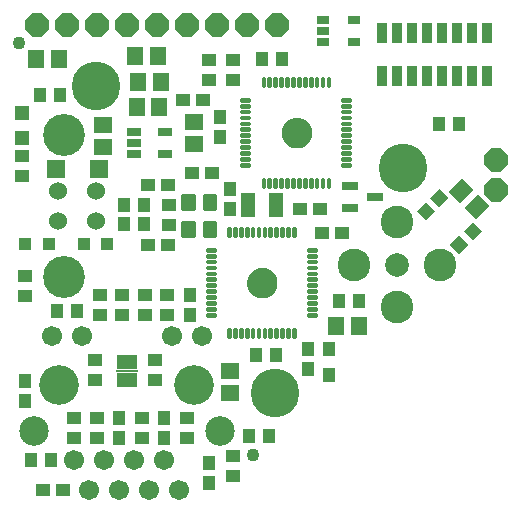
<source format=gbr>
G04 EAGLE Gerber RS-274X export*
G75*
%MOMM*%
%FSLAX34Y34*%
%LPD*%
%INSoldermask Top*%
%IPPOS*%
%AMOC8*
5,1,8,0,0,1.08239X$1,22.5*%
G01*
%ADD10R,1.401600X1.601600*%
%ADD11R,1.601600X1.401600*%
%ADD12R,1.101600X1.201600*%
%ADD13C,1.101600*%
%ADD14R,1.371600X0.660400*%
%ADD15R,1.201600X1.101600*%
%ADD16R,1.301600X1.301600*%
%ADD17R,1.101600X1.101600*%
%ADD18R,1.301600X0.651600*%
%ADD19R,1.201600X2.001600*%
%ADD20R,1.501600X1.501600*%
%ADD21C,0.358359*%
%ADD22C,1.270000*%
%ADD23R,1.101600X1.101600*%
%ADD24C,0.216288*%
%ADD25R,1.101600X1.301600*%
%ADD26C,1.524000*%
%ADD27C,3.551600*%
%ADD28C,2.501900*%
%ADD29C,1.701600*%
%ADD30C,3.352800*%
%ADD31R,1.701800X1.270000*%
%ADD32R,1.828800X0.152400*%
%ADD33R,1.091600X0.791600*%
%ADD34C,2.006600*%
%ADD35C,2.768600*%
%ADD36P,2.199416X8X202.500000*%
%ADD37R,0.838200X1.778000*%
%ADD38C,4.114800*%


D10*
G36*
X383735Y255181D02*
X373825Y265091D01*
X385149Y276415D01*
X395059Y266505D01*
X383735Y255181D01*
G37*
G36*
X397171Y241745D02*
X387261Y251655D01*
X398585Y262979D01*
X408495Y253069D01*
X397171Y241745D01*
G37*
X108610Y379730D03*
X127610Y379730D03*
D11*
X81280Y302920D03*
X81280Y321920D03*
D10*
X109880Y336550D03*
X128880Y336550D03*
X111150Y358140D03*
X130150Y358140D03*
D12*
X45330Y346710D03*
X28330Y346710D03*
X366150Y322580D03*
X383150Y322580D03*
X221860Y58420D03*
X204860Y58420D03*
D13*
X208280Y41910D03*
X10160Y391160D03*
D14*
X290576Y269748D03*
X290576Y250952D03*
X311404Y260350D03*
D10*
X43790Y377190D03*
X24790Y377190D03*
D15*
X165980Y342900D03*
X148980Y342900D03*
D11*
X158750Y324460D03*
X158750Y305460D03*
D16*
X12700Y331810D03*
X12700Y310810D03*
D15*
X173600Y280670D03*
X156600Y280670D03*
X12700Y278520D03*
X12700Y295520D03*
D17*
G36*
X394449Y223756D02*
X386660Y231545D01*
X394449Y239334D01*
X402238Y231545D01*
X394449Y223756D01*
G37*
G36*
X383135Y212442D02*
X375346Y220231D01*
X383135Y228020D01*
X390924Y220231D01*
X383135Y212442D01*
G37*
G36*
X354851Y240726D02*
X347062Y248515D01*
X354851Y256304D01*
X362640Y248515D01*
X354851Y240726D01*
G37*
G36*
X366165Y252040D02*
X358376Y259829D01*
X366165Y267618D01*
X373954Y259829D01*
X366165Y252040D01*
G37*
D18*
X107649Y315570D03*
X107649Y306070D03*
X107649Y296570D03*
X133651Y296570D03*
X133651Y315570D03*
D12*
X180340Y311540D03*
X180340Y328540D03*
X189230Y250580D03*
X189230Y267580D03*
D15*
X248040Y250190D03*
X265040Y250190D03*
D19*
X203900Y254000D03*
X227900Y254000D03*
D20*
X78190Y284480D03*
X41190Y284480D03*
D21*
X217926Y275176D02*
X217926Y269244D01*
X217294Y269244D01*
X217294Y275176D01*
X217926Y275176D01*
X217926Y272649D02*
X217294Y272649D01*
X222926Y275176D02*
X222926Y269244D01*
X222294Y269244D01*
X222294Y275176D01*
X222926Y275176D01*
X222926Y272649D02*
X222294Y272649D01*
X227926Y275176D02*
X227926Y269244D01*
X227294Y269244D01*
X227294Y275176D01*
X227926Y275176D01*
X227926Y272649D02*
X227294Y272649D01*
X232926Y275176D02*
X232926Y269244D01*
X232294Y269244D01*
X232294Y275176D01*
X232926Y275176D01*
X232926Y272649D02*
X232294Y272649D01*
X237926Y275176D02*
X237926Y269244D01*
X237294Y269244D01*
X237294Y275176D01*
X237926Y275176D01*
X237926Y272649D02*
X237294Y272649D01*
X242926Y275176D02*
X242926Y269244D01*
X242294Y269244D01*
X242294Y275176D01*
X242926Y275176D01*
X242926Y272649D02*
X242294Y272649D01*
X247926Y275176D02*
X247926Y269244D01*
X247294Y269244D01*
X247294Y275176D01*
X247926Y275176D01*
X247926Y272649D02*
X247294Y272649D01*
X252926Y275176D02*
X252926Y269244D01*
X252294Y269244D01*
X252294Y275176D01*
X252926Y275176D01*
X252926Y272649D02*
X252294Y272649D01*
X257926Y275176D02*
X257926Y269244D01*
X257294Y269244D01*
X257294Y275176D01*
X257926Y275176D01*
X257926Y272649D02*
X257294Y272649D01*
X262926Y275176D02*
X262926Y269244D01*
X262294Y269244D01*
X262294Y275176D01*
X262926Y275176D01*
X262926Y272649D02*
X262294Y272649D01*
X267926Y275176D02*
X267926Y269244D01*
X267294Y269244D01*
X267294Y275176D01*
X267926Y275176D01*
X267926Y272649D02*
X267294Y272649D01*
X272926Y275176D02*
X272926Y269244D01*
X272294Y269244D01*
X272294Y275176D01*
X272926Y275176D01*
X272926Y272649D02*
X272294Y272649D01*
X284894Y287776D02*
X290826Y287776D01*
X290826Y287144D01*
X284894Y287144D01*
X284894Y287776D01*
X284894Y292776D02*
X290826Y292776D01*
X290826Y292144D01*
X284894Y292144D01*
X284894Y292776D01*
X284894Y297776D02*
X290826Y297776D01*
X290826Y297144D01*
X284894Y297144D01*
X284894Y297776D01*
X284894Y302776D02*
X290826Y302776D01*
X290826Y302144D01*
X284894Y302144D01*
X284894Y302776D01*
X284894Y307776D02*
X290826Y307776D01*
X290826Y307144D01*
X284894Y307144D01*
X284894Y307776D01*
X284894Y312776D02*
X290826Y312776D01*
X290826Y312144D01*
X284894Y312144D01*
X284894Y312776D01*
X284894Y317776D02*
X290826Y317776D01*
X290826Y317144D01*
X284894Y317144D01*
X284894Y317776D01*
X284894Y322776D02*
X290826Y322776D01*
X290826Y322144D01*
X284894Y322144D01*
X284894Y322776D01*
X284894Y327776D02*
X290826Y327776D01*
X290826Y327144D01*
X284894Y327144D01*
X284894Y327776D01*
X284894Y332776D02*
X290826Y332776D01*
X290826Y332144D01*
X284894Y332144D01*
X284894Y332776D01*
X284894Y337776D02*
X290826Y337776D01*
X290826Y337144D01*
X284894Y337144D01*
X284894Y337776D01*
X284894Y342776D02*
X290826Y342776D01*
X290826Y342144D01*
X284894Y342144D01*
X284894Y342776D01*
X272926Y354744D02*
X272926Y360676D01*
X272926Y354744D02*
X272294Y354744D01*
X272294Y360676D01*
X272926Y360676D01*
X272926Y358149D02*
X272294Y358149D01*
X267926Y360676D02*
X267926Y354744D01*
X267294Y354744D01*
X267294Y360676D01*
X267926Y360676D01*
X267926Y358149D02*
X267294Y358149D01*
X262926Y360676D02*
X262926Y354744D01*
X262294Y354744D01*
X262294Y360676D01*
X262926Y360676D01*
X262926Y358149D02*
X262294Y358149D01*
X257926Y360676D02*
X257926Y354744D01*
X257294Y354744D01*
X257294Y360676D01*
X257926Y360676D01*
X257926Y358149D02*
X257294Y358149D01*
X252926Y360676D02*
X252926Y354744D01*
X252294Y354744D01*
X252294Y360676D01*
X252926Y360676D01*
X252926Y358149D02*
X252294Y358149D01*
X247926Y360676D02*
X247926Y354744D01*
X247294Y354744D01*
X247294Y360676D01*
X247926Y360676D01*
X247926Y358149D02*
X247294Y358149D01*
X242926Y360676D02*
X242926Y354744D01*
X242294Y354744D01*
X242294Y360676D01*
X242926Y360676D01*
X242926Y358149D02*
X242294Y358149D01*
X237926Y360676D02*
X237926Y354744D01*
X237294Y354744D01*
X237294Y360676D01*
X237926Y360676D01*
X237926Y358149D02*
X237294Y358149D01*
X232926Y360676D02*
X232926Y354744D01*
X232294Y354744D01*
X232294Y360676D01*
X232926Y360676D01*
X232926Y358149D02*
X232294Y358149D01*
X227926Y360676D02*
X227926Y354744D01*
X227294Y354744D01*
X227294Y360676D01*
X227926Y360676D01*
X227926Y358149D02*
X227294Y358149D01*
X222926Y360676D02*
X222926Y354744D01*
X222294Y354744D01*
X222294Y360676D01*
X222926Y360676D01*
X222926Y358149D02*
X222294Y358149D01*
X217926Y360676D02*
X217926Y354744D01*
X217294Y354744D01*
X217294Y360676D01*
X217926Y360676D01*
X217926Y358149D02*
X217294Y358149D01*
X205326Y342776D02*
X199394Y342776D01*
X205326Y342776D02*
X205326Y342144D01*
X199394Y342144D01*
X199394Y342776D01*
X199394Y337776D02*
X205326Y337776D01*
X205326Y337144D01*
X199394Y337144D01*
X199394Y337776D01*
X199394Y332776D02*
X205326Y332776D01*
X205326Y332144D01*
X199394Y332144D01*
X199394Y332776D01*
X199394Y327776D02*
X205326Y327776D01*
X205326Y327144D01*
X199394Y327144D01*
X199394Y327776D01*
X199394Y322776D02*
X205326Y322776D01*
X205326Y322144D01*
X199394Y322144D01*
X199394Y322776D01*
X199394Y317776D02*
X205326Y317776D01*
X205326Y317144D01*
X199394Y317144D01*
X199394Y317776D01*
X199394Y312776D02*
X205326Y312776D01*
X205326Y312144D01*
X199394Y312144D01*
X199394Y312776D01*
X199394Y307776D02*
X205326Y307776D01*
X205326Y307144D01*
X199394Y307144D01*
X199394Y307776D01*
X199394Y302776D02*
X205326Y302776D01*
X205326Y302144D01*
X199394Y302144D01*
X199394Y302776D01*
X199394Y297776D02*
X205326Y297776D01*
X205326Y297144D01*
X199394Y297144D01*
X199394Y297776D01*
X199394Y292776D02*
X205326Y292776D01*
X205326Y292144D01*
X199394Y292144D01*
X199394Y292776D01*
X199394Y287776D02*
X205326Y287776D01*
X205326Y287144D01*
X199394Y287144D01*
X199394Y287776D01*
D22*
X238760Y314960D02*
X238762Y315119D01*
X238768Y315278D01*
X238778Y315436D01*
X238792Y315595D01*
X238810Y315753D01*
X238831Y315910D01*
X238857Y316067D01*
X238887Y316223D01*
X238920Y316379D01*
X238958Y316533D01*
X238999Y316687D01*
X239044Y316839D01*
X239093Y316990D01*
X239146Y317140D01*
X239202Y317289D01*
X239263Y317436D01*
X239326Y317581D01*
X239394Y317725D01*
X239465Y317868D01*
X239539Y318008D01*
X239617Y318146D01*
X239699Y318283D01*
X239784Y318417D01*
X239872Y318550D01*
X239963Y318680D01*
X240058Y318807D01*
X240156Y318932D01*
X240257Y319055D01*
X240361Y319175D01*
X240468Y319293D01*
X240578Y319408D01*
X240691Y319520D01*
X240806Y319629D01*
X240924Y319735D01*
X241045Y319839D01*
X241169Y319939D01*
X241294Y320036D01*
X241423Y320130D01*
X241553Y320220D01*
X241686Y320308D01*
X241821Y320392D01*
X241958Y320472D01*
X242097Y320550D01*
X242238Y320623D01*
X242380Y320693D01*
X242525Y320760D01*
X242671Y320823D01*
X242818Y320882D01*
X242967Y320938D01*
X243118Y320989D01*
X243269Y321037D01*
X243422Y321081D01*
X243576Y321122D01*
X243730Y321158D01*
X243886Y321191D01*
X244042Y321220D01*
X244199Y321244D01*
X244357Y321265D01*
X244515Y321282D01*
X244673Y321295D01*
X244832Y321304D01*
X244991Y321309D01*
X245150Y321310D01*
X245309Y321307D01*
X245467Y321300D01*
X245626Y321289D01*
X245784Y321274D01*
X245942Y321255D01*
X246099Y321232D01*
X246256Y321206D01*
X246412Y321175D01*
X246567Y321141D01*
X246721Y321102D01*
X246875Y321060D01*
X247027Y321014D01*
X247178Y320964D01*
X247327Y320910D01*
X247476Y320853D01*
X247622Y320792D01*
X247768Y320727D01*
X247911Y320659D01*
X248053Y320587D01*
X248193Y320511D01*
X248331Y320433D01*
X248467Y320350D01*
X248601Y320265D01*
X248732Y320176D01*
X248862Y320083D01*
X248989Y319988D01*
X249113Y319889D01*
X249236Y319787D01*
X249355Y319683D01*
X249472Y319575D01*
X249586Y319464D01*
X249697Y319351D01*
X249806Y319235D01*
X249911Y319116D01*
X250014Y318994D01*
X250113Y318870D01*
X250210Y318744D01*
X250303Y318615D01*
X250393Y318484D01*
X250479Y318350D01*
X250562Y318215D01*
X250642Y318077D01*
X250718Y317938D01*
X250791Y317797D01*
X250860Y317654D01*
X250926Y317509D01*
X250988Y317362D01*
X251046Y317215D01*
X251101Y317065D01*
X251152Y316915D01*
X251199Y316763D01*
X251242Y316610D01*
X251281Y316456D01*
X251317Y316301D01*
X251348Y316145D01*
X251376Y315989D01*
X251400Y315832D01*
X251420Y315674D01*
X251436Y315516D01*
X251448Y315357D01*
X251456Y315198D01*
X251460Y315039D01*
X251460Y314881D01*
X251456Y314722D01*
X251448Y314563D01*
X251436Y314404D01*
X251420Y314246D01*
X251400Y314088D01*
X251376Y313931D01*
X251348Y313775D01*
X251317Y313619D01*
X251281Y313464D01*
X251242Y313310D01*
X251199Y313157D01*
X251152Y313005D01*
X251101Y312855D01*
X251046Y312705D01*
X250988Y312558D01*
X250926Y312411D01*
X250860Y312266D01*
X250791Y312123D01*
X250718Y311982D01*
X250642Y311843D01*
X250562Y311705D01*
X250479Y311570D01*
X250393Y311436D01*
X250303Y311305D01*
X250210Y311176D01*
X250113Y311050D01*
X250014Y310926D01*
X249911Y310804D01*
X249806Y310685D01*
X249697Y310569D01*
X249586Y310456D01*
X249472Y310345D01*
X249355Y310237D01*
X249236Y310133D01*
X249113Y310031D01*
X248989Y309932D01*
X248862Y309837D01*
X248732Y309744D01*
X248601Y309655D01*
X248467Y309570D01*
X248331Y309487D01*
X248193Y309409D01*
X248053Y309333D01*
X247911Y309261D01*
X247768Y309193D01*
X247622Y309128D01*
X247476Y309067D01*
X247327Y309010D01*
X247178Y308956D01*
X247027Y308906D01*
X246875Y308860D01*
X246721Y308818D01*
X246567Y308779D01*
X246412Y308745D01*
X246256Y308714D01*
X246099Y308688D01*
X245942Y308665D01*
X245784Y308646D01*
X245626Y308631D01*
X245467Y308620D01*
X245309Y308613D01*
X245150Y308610D01*
X244991Y308611D01*
X244832Y308616D01*
X244673Y308625D01*
X244515Y308638D01*
X244357Y308655D01*
X244199Y308676D01*
X244042Y308700D01*
X243886Y308729D01*
X243730Y308762D01*
X243576Y308798D01*
X243422Y308839D01*
X243269Y308883D01*
X243118Y308931D01*
X242967Y308982D01*
X242818Y309038D01*
X242671Y309097D01*
X242525Y309160D01*
X242380Y309227D01*
X242238Y309297D01*
X242097Y309370D01*
X241958Y309448D01*
X241821Y309528D01*
X241686Y309612D01*
X241553Y309700D01*
X241423Y309790D01*
X241294Y309884D01*
X241169Y309981D01*
X241045Y310081D01*
X240924Y310185D01*
X240806Y310291D01*
X240691Y310400D01*
X240578Y310512D01*
X240468Y310627D01*
X240361Y310745D01*
X240257Y310865D01*
X240156Y310988D01*
X240058Y311113D01*
X239963Y311240D01*
X239872Y311370D01*
X239784Y311503D01*
X239699Y311637D01*
X239617Y311774D01*
X239539Y311912D01*
X239465Y312052D01*
X239394Y312195D01*
X239326Y312339D01*
X239263Y312484D01*
X239202Y312631D01*
X239146Y312780D01*
X239093Y312930D01*
X239044Y313081D01*
X238999Y313233D01*
X238958Y313387D01*
X238920Y313541D01*
X238887Y313697D01*
X238857Y313853D01*
X238831Y314010D01*
X238810Y314167D01*
X238792Y314325D01*
X238778Y314484D01*
X238768Y314642D01*
X238762Y314801D01*
X238760Y314960D01*
D23*
X35400Y220980D03*
X15400Y220980D03*
X64930Y220980D03*
X84930Y220980D03*
D24*
X176487Y227683D02*
X176487Y239537D01*
X176487Y227683D02*
X166633Y227683D01*
X166633Y239537D01*
X176487Y239537D01*
X176487Y229738D02*
X166633Y229738D01*
X166633Y231793D02*
X176487Y231793D01*
X176487Y233848D02*
X166633Y233848D01*
X166633Y235903D02*
X176487Y235903D01*
X176487Y237958D02*
X166633Y237958D01*
X158487Y250683D02*
X158487Y262537D01*
X158487Y250683D02*
X148633Y250683D01*
X148633Y262537D01*
X158487Y262537D01*
X158487Y252738D02*
X148633Y252738D01*
X148633Y254793D02*
X158487Y254793D01*
X158487Y256848D02*
X148633Y256848D01*
X148633Y258903D02*
X158487Y258903D01*
X158487Y260958D02*
X148633Y260958D01*
X176487Y262537D02*
X176487Y250683D01*
X166633Y250683D01*
X166633Y262537D01*
X176487Y262537D01*
X176487Y252738D02*
X166633Y252738D01*
X166633Y254793D02*
X176487Y254793D01*
X176487Y256848D02*
X166633Y256848D01*
X166633Y258903D02*
X176487Y258903D01*
X176487Y260958D02*
X166633Y260958D01*
X158487Y239537D02*
X158487Y227683D01*
X148633Y227683D01*
X148633Y239537D01*
X158487Y239537D01*
X158487Y229738D02*
X148633Y229738D01*
X148633Y231793D02*
X158487Y231793D01*
X158487Y233848D02*
X148633Y233848D01*
X148633Y235903D02*
X158487Y235903D01*
X158487Y237958D02*
X148633Y237958D01*
D21*
X188716Y148176D02*
X188716Y142244D01*
X188084Y142244D01*
X188084Y148176D01*
X188716Y148176D01*
X188716Y145649D02*
X188084Y145649D01*
X193716Y148176D02*
X193716Y142244D01*
X193084Y142244D01*
X193084Y148176D01*
X193716Y148176D01*
X193716Y145649D02*
X193084Y145649D01*
X198716Y148176D02*
X198716Y142244D01*
X198084Y142244D01*
X198084Y148176D01*
X198716Y148176D01*
X198716Y145649D02*
X198084Y145649D01*
X203716Y148176D02*
X203716Y142244D01*
X203084Y142244D01*
X203084Y148176D01*
X203716Y148176D01*
X203716Y145649D02*
X203084Y145649D01*
X208716Y148176D02*
X208716Y142244D01*
X208084Y142244D01*
X208084Y148176D01*
X208716Y148176D01*
X208716Y145649D02*
X208084Y145649D01*
X213716Y148176D02*
X213716Y142244D01*
X213084Y142244D01*
X213084Y148176D01*
X213716Y148176D01*
X213716Y145649D02*
X213084Y145649D01*
X218716Y148176D02*
X218716Y142244D01*
X218084Y142244D01*
X218084Y148176D01*
X218716Y148176D01*
X218716Y145649D02*
X218084Y145649D01*
X223716Y148176D02*
X223716Y142244D01*
X223084Y142244D01*
X223084Y148176D01*
X223716Y148176D01*
X223716Y145649D02*
X223084Y145649D01*
X228716Y148176D02*
X228716Y142244D01*
X228084Y142244D01*
X228084Y148176D01*
X228716Y148176D01*
X228716Y145649D02*
X228084Y145649D01*
X233716Y148176D02*
X233716Y142244D01*
X233084Y142244D01*
X233084Y148176D01*
X233716Y148176D01*
X233716Y145649D02*
X233084Y145649D01*
X238716Y148176D02*
X238716Y142244D01*
X238084Y142244D01*
X238084Y148176D01*
X238716Y148176D01*
X238716Y145649D02*
X238084Y145649D01*
X243716Y148176D02*
X243716Y142244D01*
X243084Y142244D01*
X243084Y148176D01*
X243716Y148176D01*
X243716Y145649D02*
X243084Y145649D01*
X255684Y160776D02*
X261616Y160776D01*
X261616Y160144D01*
X255684Y160144D01*
X255684Y160776D01*
X255684Y165776D02*
X261616Y165776D01*
X261616Y165144D01*
X255684Y165144D01*
X255684Y165776D01*
X255684Y170776D02*
X261616Y170776D01*
X261616Y170144D01*
X255684Y170144D01*
X255684Y170776D01*
X255684Y175776D02*
X261616Y175776D01*
X261616Y175144D01*
X255684Y175144D01*
X255684Y175776D01*
X255684Y180776D02*
X261616Y180776D01*
X261616Y180144D01*
X255684Y180144D01*
X255684Y180776D01*
X255684Y185776D02*
X261616Y185776D01*
X261616Y185144D01*
X255684Y185144D01*
X255684Y185776D01*
X255684Y190776D02*
X261616Y190776D01*
X261616Y190144D01*
X255684Y190144D01*
X255684Y190776D01*
X255684Y195776D02*
X261616Y195776D01*
X261616Y195144D01*
X255684Y195144D01*
X255684Y195776D01*
X255684Y200776D02*
X261616Y200776D01*
X261616Y200144D01*
X255684Y200144D01*
X255684Y200776D01*
X255684Y205776D02*
X261616Y205776D01*
X261616Y205144D01*
X255684Y205144D01*
X255684Y205776D01*
X255684Y210776D02*
X261616Y210776D01*
X261616Y210144D01*
X255684Y210144D01*
X255684Y210776D01*
X255684Y215776D02*
X261616Y215776D01*
X261616Y215144D01*
X255684Y215144D01*
X255684Y215776D01*
X243716Y227744D02*
X243716Y233676D01*
X243716Y227744D02*
X243084Y227744D01*
X243084Y233676D01*
X243716Y233676D01*
X243716Y231149D02*
X243084Y231149D01*
X238716Y233676D02*
X238716Y227744D01*
X238084Y227744D01*
X238084Y233676D01*
X238716Y233676D01*
X238716Y231149D02*
X238084Y231149D01*
X233716Y233676D02*
X233716Y227744D01*
X233084Y227744D01*
X233084Y233676D01*
X233716Y233676D01*
X233716Y231149D02*
X233084Y231149D01*
X228716Y233676D02*
X228716Y227744D01*
X228084Y227744D01*
X228084Y233676D01*
X228716Y233676D01*
X228716Y231149D02*
X228084Y231149D01*
X223716Y233676D02*
X223716Y227744D01*
X223084Y227744D01*
X223084Y233676D01*
X223716Y233676D01*
X223716Y231149D02*
X223084Y231149D01*
X218716Y233676D02*
X218716Y227744D01*
X218084Y227744D01*
X218084Y233676D01*
X218716Y233676D01*
X218716Y231149D02*
X218084Y231149D01*
X213716Y233676D02*
X213716Y227744D01*
X213084Y227744D01*
X213084Y233676D01*
X213716Y233676D01*
X213716Y231149D02*
X213084Y231149D01*
X208716Y233676D02*
X208716Y227744D01*
X208084Y227744D01*
X208084Y233676D01*
X208716Y233676D01*
X208716Y231149D02*
X208084Y231149D01*
X203716Y233676D02*
X203716Y227744D01*
X203084Y227744D01*
X203084Y233676D01*
X203716Y233676D01*
X203716Y231149D02*
X203084Y231149D01*
X198716Y233676D02*
X198716Y227744D01*
X198084Y227744D01*
X198084Y233676D01*
X198716Y233676D01*
X198716Y231149D02*
X198084Y231149D01*
X193716Y233676D02*
X193716Y227744D01*
X193084Y227744D01*
X193084Y233676D01*
X193716Y233676D01*
X193716Y231149D02*
X193084Y231149D01*
X188716Y233676D02*
X188716Y227744D01*
X188084Y227744D01*
X188084Y233676D01*
X188716Y233676D01*
X188716Y231149D02*
X188084Y231149D01*
X176116Y215776D02*
X170184Y215776D01*
X176116Y215776D02*
X176116Y215144D01*
X170184Y215144D01*
X170184Y215776D01*
X170184Y210776D02*
X176116Y210776D01*
X176116Y210144D01*
X170184Y210144D01*
X170184Y210776D01*
X170184Y205776D02*
X176116Y205776D01*
X176116Y205144D01*
X170184Y205144D01*
X170184Y205776D01*
X170184Y200776D02*
X176116Y200776D01*
X176116Y200144D01*
X170184Y200144D01*
X170184Y200776D01*
X170184Y195776D02*
X176116Y195776D01*
X176116Y195144D01*
X170184Y195144D01*
X170184Y195776D01*
X170184Y190776D02*
X176116Y190776D01*
X176116Y190144D01*
X170184Y190144D01*
X170184Y190776D01*
X170184Y185776D02*
X176116Y185776D01*
X176116Y185144D01*
X170184Y185144D01*
X170184Y185776D01*
X170184Y180776D02*
X176116Y180776D01*
X176116Y180144D01*
X170184Y180144D01*
X170184Y180776D01*
X170184Y175776D02*
X176116Y175776D01*
X176116Y175144D01*
X170184Y175144D01*
X170184Y175776D01*
X170184Y170776D02*
X176116Y170776D01*
X176116Y170144D01*
X170184Y170144D01*
X170184Y170776D01*
X170184Y165776D02*
X176116Y165776D01*
X176116Y165144D01*
X170184Y165144D01*
X170184Y165776D01*
X170184Y160776D02*
X176116Y160776D01*
X176116Y160144D01*
X170184Y160144D01*
X170184Y160776D01*
D22*
X209550Y187960D02*
X209552Y188119D01*
X209558Y188278D01*
X209568Y188436D01*
X209582Y188595D01*
X209600Y188753D01*
X209621Y188910D01*
X209647Y189067D01*
X209677Y189223D01*
X209710Y189379D01*
X209748Y189533D01*
X209789Y189687D01*
X209834Y189839D01*
X209883Y189990D01*
X209936Y190140D01*
X209992Y190289D01*
X210053Y190436D01*
X210116Y190581D01*
X210184Y190725D01*
X210255Y190868D01*
X210329Y191008D01*
X210407Y191146D01*
X210489Y191283D01*
X210574Y191417D01*
X210662Y191550D01*
X210753Y191680D01*
X210848Y191807D01*
X210946Y191932D01*
X211047Y192055D01*
X211151Y192175D01*
X211258Y192293D01*
X211368Y192408D01*
X211481Y192520D01*
X211596Y192629D01*
X211714Y192735D01*
X211835Y192839D01*
X211959Y192939D01*
X212084Y193036D01*
X212213Y193130D01*
X212343Y193220D01*
X212476Y193308D01*
X212611Y193392D01*
X212748Y193472D01*
X212887Y193550D01*
X213028Y193623D01*
X213170Y193693D01*
X213315Y193760D01*
X213461Y193823D01*
X213608Y193882D01*
X213757Y193938D01*
X213908Y193989D01*
X214059Y194037D01*
X214212Y194081D01*
X214366Y194122D01*
X214520Y194158D01*
X214676Y194191D01*
X214832Y194220D01*
X214989Y194244D01*
X215147Y194265D01*
X215305Y194282D01*
X215463Y194295D01*
X215622Y194304D01*
X215781Y194309D01*
X215940Y194310D01*
X216099Y194307D01*
X216257Y194300D01*
X216416Y194289D01*
X216574Y194274D01*
X216732Y194255D01*
X216889Y194232D01*
X217046Y194206D01*
X217202Y194175D01*
X217357Y194141D01*
X217511Y194102D01*
X217665Y194060D01*
X217817Y194014D01*
X217968Y193964D01*
X218117Y193910D01*
X218266Y193853D01*
X218412Y193792D01*
X218558Y193727D01*
X218701Y193659D01*
X218843Y193587D01*
X218983Y193511D01*
X219121Y193433D01*
X219257Y193350D01*
X219391Y193265D01*
X219522Y193176D01*
X219652Y193083D01*
X219779Y192988D01*
X219903Y192889D01*
X220026Y192787D01*
X220145Y192683D01*
X220262Y192575D01*
X220376Y192464D01*
X220487Y192351D01*
X220596Y192235D01*
X220701Y192116D01*
X220804Y191994D01*
X220903Y191870D01*
X221000Y191744D01*
X221093Y191615D01*
X221183Y191484D01*
X221269Y191350D01*
X221352Y191215D01*
X221432Y191077D01*
X221508Y190938D01*
X221581Y190797D01*
X221650Y190654D01*
X221716Y190509D01*
X221778Y190362D01*
X221836Y190215D01*
X221891Y190065D01*
X221942Y189915D01*
X221989Y189763D01*
X222032Y189610D01*
X222071Y189456D01*
X222107Y189301D01*
X222138Y189145D01*
X222166Y188989D01*
X222190Y188832D01*
X222210Y188674D01*
X222226Y188516D01*
X222238Y188357D01*
X222246Y188198D01*
X222250Y188039D01*
X222250Y187881D01*
X222246Y187722D01*
X222238Y187563D01*
X222226Y187404D01*
X222210Y187246D01*
X222190Y187088D01*
X222166Y186931D01*
X222138Y186775D01*
X222107Y186619D01*
X222071Y186464D01*
X222032Y186310D01*
X221989Y186157D01*
X221942Y186005D01*
X221891Y185855D01*
X221836Y185705D01*
X221778Y185558D01*
X221716Y185411D01*
X221650Y185266D01*
X221581Y185123D01*
X221508Y184982D01*
X221432Y184843D01*
X221352Y184705D01*
X221269Y184570D01*
X221183Y184436D01*
X221093Y184305D01*
X221000Y184176D01*
X220903Y184050D01*
X220804Y183926D01*
X220701Y183804D01*
X220596Y183685D01*
X220487Y183569D01*
X220376Y183456D01*
X220262Y183345D01*
X220145Y183237D01*
X220026Y183133D01*
X219903Y183031D01*
X219779Y182932D01*
X219652Y182837D01*
X219522Y182744D01*
X219391Y182655D01*
X219257Y182570D01*
X219121Y182487D01*
X218983Y182409D01*
X218843Y182333D01*
X218701Y182261D01*
X218558Y182193D01*
X218412Y182128D01*
X218266Y182067D01*
X218117Y182010D01*
X217968Y181956D01*
X217817Y181906D01*
X217665Y181860D01*
X217511Y181818D01*
X217357Y181779D01*
X217202Y181745D01*
X217046Y181714D01*
X216889Y181688D01*
X216732Y181665D01*
X216574Y181646D01*
X216416Y181631D01*
X216257Y181620D01*
X216099Y181613D01*
X215940Y181610D01*
X215781Y181611D01*
X215622Y181616D01*
X215463Y181625D01*
X215305Y181638D01*
X215147Y181655D01*
X214989Y181676D01*
X214832Y181700D01*
X214676Y181729D01*
X214520Y181762D01*
X214366Y181798D01*
X214212Y181839D01*
X214059Y181883D01*
X213908Y181931D01*
X213757Y181982D01*
X213608Y182038D01*
X213461Y182097D01*
X213315Y182160D01*
X213170Y182227D01*
X213028Y182297D01*
X212887Y182370D01*
X212748Y182448D01*
X212611Y182528D01*
X212476Y182612D01*
X212343Y182700D01*
X212213Y182790D01*
X212084Y182884D01*
X211959Y182981D01*
X211835Y183081D01*
X211714Y183185D01*
X211596Y183291D01*
X211481Y183400D01*
X211368Y183512D01*
X211258Y183627D01*
X211151Y183745D01*
X211047Y183865D01*
X210946Y183988D01*
X210848Y184113D01*
X210753Y184240D01*
X210662Y184370D01*
X210574Y184503D01*
X210489Y184637D01*
X210407Y184774D01*
X210329Y184912D01*
X210255Y185052D01*
X210184Y185195D01*
X210116Y185339D01*
X210053Y185484D01*
X209992Y185631D01*
X209936Y185780D01*
X209883Y185930D01*
X209834Y186081D01*
X209789Y186233D01*
X209748Y186387D01*
X209710Y186541D01*
X209677Y186697D01*
X209647Y186853D01*
X209621Y187010D01*
X209600Y187167D01*
X209582Y187325D01*
X209568Y187484D01*
X209558Y187642D01*
X209552Y187801D01*
X209550Y187960D01*
D25*
X273050Y109650D03*
X273050Y131650D03*
D11*
X189230Y113640D03*
X189230Y94640D03*
D12*
X255270Y131690D03*
X255270Y114690D03*
D26*
X75260Y265230D03*
X75260Y240230D03*
X43260Y240230D03*
X43260Y265230D03*
D27*
X48260Y192530D03*
X48260Y312930D03*
D28*
X22860Y62738D03*
X180340Y62738D03*
D29*
X38227Y142748D03*
X63627Y142748D03*
X139573Y142748D03*
X164973Y142748D03*
X57150Y38100D03*
X69850Y12700D03*
X82550Y38100D03*
X95250Y12700D03*
X107950Y38100D03*
X120650Y12700D03*
X133350Y38100D03*
X146050Y12700D03*
D30*
X44450Y101600D03*
X158750Y101600D03*
D15*
X74930Y122800D03*
X74930Y105800D03*
D12*
X99450Y254000D03*
X116450Y254000D03*
X116450Y237490D03*
X99450Y237490D03*
D15*
X125730Y122800D03*
X125730Y105800D03*
D31*
X101600Y105410D03*
X101600Y120650D03*
D32*
X101600Y113030D03*
D12*
X59300Y163830D03*
X42300Y163830D03*
D15*
X78740Y177410D03*
X78740Y160410D03*
X97790Y177410D03*
X97790Y160410D03*
X116840Y177410D03*
X116840Y160410D03*
X135890Y177410D03*
X135890Y160410D03*
X137160Y253610D03*
X137160Y236610D03*
D12*
X211210Y127000D03*
X228210Y127000D03*
X154940Y177410D03*
X154940Y160410D03*
D10*
X278790Y151130D03*
X297790Y151130D03*
D15*
X267090Y229870D03*
X284090Y229870D03*
D12*
X298060Y172720D03*
X281060Y172720D03*
X15240Y88020D03*
X15240Y105020D03*
D15*
X136770Y270510D03*
X119770Y270510D03*
X136770Y219710D03*
X119770Y219710D03*
D12*
X95250Y56270D03*
X95250Y73270D03*
X133350Y56270D03*
X133350Y73270D03*
D15*
X152400Y56270D03*
X152400Y73270D03*
X114300Y56270D03*
X114300Y73270D03*
D12*
X171450Y18170D03*
X171450Y35170D03*
D15*
X30870Y12700D03*
X47870Y12700D03*
X57150Y56270D03*
X57150Y73270D03*
D12*
X37710Y38100D03*
X20710Y38100D03*
D15*
X76200Y56270D03*
X76200Y73270D03*
D33*
X267770Y410820D03*
X267770Y401320D03*
X267770Y391820D03*
X293670Y391820D03*
X293670Y410820D03*
D34*
X330200Y203200D03*
D35*
X366261Y203200D03*
X330200Y239261D03*
X294139Y203200D03*
X330200Y167139D03*
D36*
X414020Y292100D03*
X414020Y266700D03*
D37*
X406400Y362585D03*
X406400Y399415D03*
X393700Y362585D03*
X393700Y399415D03*
X381000Y362585D03*
X381000Y399415D03*
X368300Y362585D03*
X368300Y399415D03*
X355600Y362585D03*
X355600Y399415D03*
X342900Y362585D03*
X342900Y399415D03*
X330200Y362585D03*
X330200Y399415D03*
X317500Y362585D03*
X317500Y399415D03*
D36*
X76200Y406400D03*
X101600Y406400D03*
X127000Y406400D03*
X152400Y406400D03*
X177800Y406400D03*
X203200Y406400D03*
X228600Y406400D03*
D15*
X191770Y41520D03*
X191770Y24520D03*
X15240Y176920D03*
X15240Y193920D03*
X191770Y376800D03*
X191770Y359800D03*
X171450Y376800D03*
X171450Y359800D03*
D12*
X233290Y377190D03*
X216290Y377190D03*
D36*
X50800Y406400D03*
X25400Y406400D03*
D38*
X75692Y354584D03*
X335026Y284734D03*
X227330Y94996D03*
M02*

</source>
